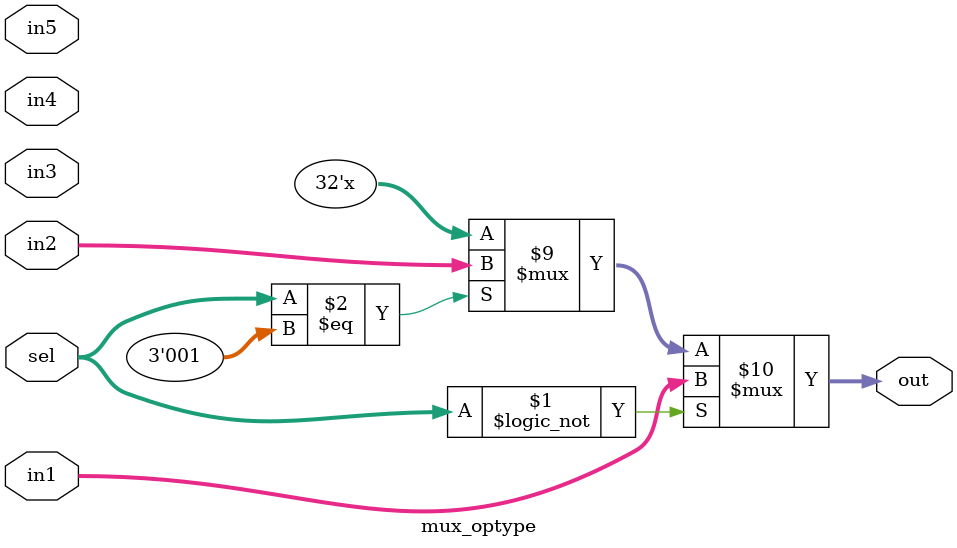
<source format=v>
module mux_optype (
    input [31:0] in1, in2, in3, in4, in5,
    input [2:0] sel,
    output [31:0] out
);

    assign out = (sel == 000) ? in1:
                 (sel == 001) ? in2:
                 (sel == 010) ? in3:
                 (sel == 011) ? in4:
                 (sel == 100) ? in1:
                 32'bx;
    
endmodule
</source>
